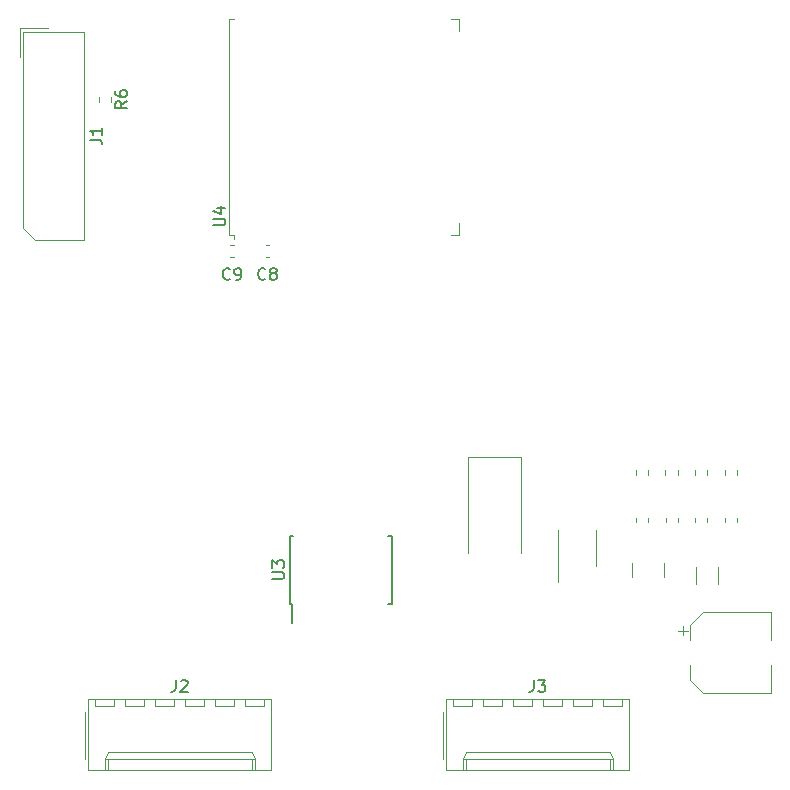
<source format=gbr>
%TF.GenerationSoftware,KiCad,Pcbnew,7.0.10-unknown-202401012134~036241c819~ubuntu22.04.1*%
%TF.CreationDate,2024-01-10T18:25:37+01:00*%
%TF.ProjectId,main_board,6d61696e-5f62-46f6-9172-642e6b696361,rev?*%
%TF.SameCoordinates,Original*%
%TF.FileFunction,Legend,Top*%
%TF.FilePolarity,Positive*%
%FSLAX46Y46*%
G04 Gerber Fmt 4.6, Leading zero omitted, Abs format (unit mm)*
G04 Created by KiCad (PCBNEW 7.0.10-unknown-202401012134~036241c819~ubuntu22.04.1) date 2024-01-10 18:25:37*
%MOMM*%
%LPD*%
G01*
G04 APERTURE LIST*
%ADD10C,0.150000*%
%ADD11C,0.120000*%
G04 APERTURE END LIST*
D10*
X110209819Y-112841904D02*
X111019342Y-112841904D01*
X111019342Y-112841904D02*
X111114580Y-112794285D01*
X111114580Y-112794285D02*
X111162200Y-112746666D01*
X111162200Y-112746666D02*
X111209819Y-112651428D01*
X111209819Y-112651428D02*
X111209819Y-112460952D01*
X111209819Y-112460952D02*
X111162200Y-112365714D01*
X111162200Y-112365714D02*
X111114580Y-112318095D01*
X111114580Y-112318095D02*
X111019342Y-112270476D01*
X111019342Y-112270476D02*
X110209819Y-112270476D01*
X110543152Y-111365714D02*
X111209819Y-111365714D01*
X110162200Y-111603809D02*
X110876485Y-111841904D01*
X110876485Y-111841904D02*
X110876485Y-111222857D01*
X137316666Y-151334819D02*
X137316666Y-152049104D01*
X137316666Y-152049104D02*
X137269047Y-152191961D01*
X137269047Y-152191961D02*
X137173809Y-152287200D01*
X137173809Y-152287200D02*
X137030952Y-152334819D01*
X137030952Y-152334819D02*
X136935714Y-152334819D01*
X137697619Y-151334819D02*
X138316666Y-151334819D01*
X138316666Y-151334819D02*
X137983333Y-151715771D01*
X137983333Y-151715771D02*
X138126190Y-151715771D01*
X138126190Y-151715771D02*
X138221428Y-151763390D01*
X138221428Y-151763390D02*
X138269047Y-151811009D01*
X138269047Y-151811009D02*
X138316666Y-151906247D01*
X138316666Y-151906247D02*
X138316666Y-152144342D01*
X138316666Y-152144342D02*
X138269047Y-152239580D01*
X138269047Y-152239580D02*
X138221428Y-152287200D01*
X138221428Y-152287200D02*
X138126190Y-152334819D01*
X138126190Y-152334819D02*
X137840476Y-152334819D01*
X137840476Y-152334819D02*
X137745238Y-152287200D01*
X137745238Y-152287200D02*
X137697619Y-152239580D01*
X107016666Y-151334819D02*
X107016666Y-152049104D01*
X107016666Y-152049104D02*
X106969047Y-152191961D01*
X106969047Y-152191961D02*
X106873809Y-152287200D01*
X106873809Y-152287200D02*
X106730952Y-152334819D01*
X106730952Y-152334819D02*
X106635714Y-152334819D01*
X107445238Y-151430057D02*
X107492857Y-151382438D01*
X107492857Y-151382438D02*
X107588095Y-151334819D01*
X107588095Y-151334819D02*
X107826190Y-151334819D01*
X107826190Y-151334819D02*
X107921428Y-151382438D01*
X107921428Y-151382438D02*
X107969047Y-151430057D01*
X107969047Y-151430057D02*
X108016666Y-151525295D01*
X108016666Y-151525295D02*
X108016666Y-151620533D01*
X108016666Y-151620533D02*
X107969047Y-151763390D01*
X107969047Y-151763390D02*
X107397619Y-152334819D01*
X107397619Y-152334819D02*
X108016666Y-152334819D01*
X115204819Y-142761904D02*
X116014342Y-142761904D01*
X116014342Y-142761904D02*
X116109580Y-142714285D01*
X116109580Y-142714285D02*
X116157200Y-142666666D01*
X116157200Y-142666666D02*
X116204819Y-142571428D01*
X116204819Y-142571428D02*
X116204819Y-142380952D01*
X116204819Y-142380952D02*
X116157200Y-142285714D01*
X116157200Y-142285714D02*
X116109580Y-142238095D01*
X116109580Y-142238095D02*
X116014342Y-142190476D01*
X116014342Y-142190476D02*
X115204819Y-142190476D01*
X115204819Y-141809523D02*
X115204819Y-141190476D01*
X115204819Y-141190476D02*
X115585771Y-141523809D01*
X115585771Y-141523809D02*
X115585771Y-141380952D01*
X115585771Y-141380952D02*
X115633390Y-141285714D01*
X115633390Y-141285714D02*
X115681009Y-141238095D01*
X115681009Y-141238095D02*
X115776247Y-141190476D01*
X115776247Y-141190476D02*
X116014342Y-141190476D01*
X116014342Y-141190476D02*
X116109580Y-141238095D01*
X116109580Y-141238095D02*
X116157200Y-141285714D01*
X116157200Y-141285714D02*
X116204819Y-141380952D01*
X116204819Y-141380952D02*
X116204819Y-141666666D01*
X116204819Y-141666666D02*
X116157200Y-141761904D01*
X116157200Y-141761904D02*
X116109580Y-141809523D01*
X102884819Y-102341666D02*
X102408628Y-102674999D01*
X102884819Y-102913094D02*
X101884819Y-102913094D01*
X101884819Y-102913094D02*
X101884819Y-102532142D01*
X101884819Y-102532142D02*
X101932438Y-102436904D01*
X101932438Y-102436904D02*
X101980057Y-102389285D01*
X101980057Y-102389285D02*
X102075295Y-102341666D01*
X102075295Y-102341666D02*
X102218152Y-102341666D01*
X102218152Y-102341666D02*
X102313390Y-102389285D01*
X102313390Y-102389285D02*
X102361009Y-102436904D01*
X102361009Y-102436904D02*
X102408628Y-102532142D01*
X102408628Y-102532142D02*
X102408628Y-102913094D01*
X101884819Y-101484523D02*
X101884819Y-101674999D01*
X101884819Y-101674999D02*
X101932438Y-101770237D01*
X101932438Y-101770237D02*
X101980057Y-101817856D01*
X101980057Y-101817856D02*
X102122914Y-101913094D01*
X102122914Y-101913094D02*
X102313390Y-101960713D01*
X102313390Y-101960713D02*
X102694342Y-101960713D01*
X102694342Y-101960713D02*
X102789580Y-101913094D01*
X102789580Y-101913094D02*
X102837200Y-101865475D01*
X102837200Y-101865475D02*
X102884819Y-101770237D01*
X102884819Y-101770237D02*
X102884819Y-101579761D01*
X102884819Y-101579761D02*
X102837200Y-101484523D01*
X102837200Y-101484523D02*
X102789580Y-101436904D01*
X102789580Y-101436904D02*
X102694342Y-101389285D01*
X102694342Y-101389285D02*
X102456247Y-101389285D01*
X102456247Y-101389285D02*
X102361009Y-101436904D01*
X102361009Y-101436904D02*
X102313390Y-101484523D01*
X102313390Y-101484523D02*
X102265771Y-101579761D01*
X102265771Y-101579761D02*
X102265771Y-101770237D01*
X102265771Y-101770237D02*
X102313390Y-101865475D01*
X102313390Y-101865475D02*
X102361009Y-101913094D01*
X102361009Y-101913094D02*
X102456247Y-101960713D01*
X99754819Y-105583333D02*
X100469104Y-105583333D01*
X100469104Y-105583333D02*
X100611961Y-105630952D01*
X100611961Y-105630952D02*
X100707200Y-105726190D01*
X100707200Y-105726190D02*
X100754819Y-105869047D01*
X100754819Y-105869047D02*
X100754819Y-105964285D01*
X100754819Y-104583333D02*
X100754819Y-105154761D01*
X100754819Y-104869047D02*
X99754819Y-104869047D01*
X99754819Y-104869047D02*
X99897676Y-104964285D01*
X99897676Y-104964285D02*
X99992914Y-105059523D01*
X99992914Y-105059523D02*
X100040533Y-105154761D01*
X111608333Y-117359580D02*
X111560714Y-117407200D01*
X111560714Y-117407200D02*
X111417857Y-117454819D01*
X111417857Y-117454819D02*
X111322619Y-117454819D01*
X111322619Y-117454819D02*
X111179762Y-117407200D01*
X111179762Y-117407200D02*
X111084524Y-117311961D01*
X111084524Y-117311961D02*
X111036905Y-117216723D01*
X111036905Y-117216723D02*
X110989286Y-117026247D01*
X110989286Y-117026247D02*
X110989286Y-116883390D01*
X110989286Y-116883390D02*
X111036905Y-116692914D01*
X111036905Y-116692914D02*
X111084524Y-116597676D01*
X111084524Y-116597676D02*
X111179762Y-116502438D01*
X111179762Y-116502438D02*
X111322619Y-116454819D01*
X111322619Y-116454819D02*
X111417857Y-116454819D01*
X111417857Y-116454819D02*
X111560714Y-116502438D01*
X111560714Y-116502438D02*
X111608333Y-116550057D01*
X112084524Y-117454819D02*
X112275000Y-117454819D01*
X112275000Y-117454819D02*
X112370238Y-117407200D01*
X112370238Y-117407200D02*
X112417857Y-117359580D01*
X112417857Y-117359580D02*
X112513095Y-117216723D01*
X112513095Y-117216723D02*
X112560714Y-117026247D01*
X112560714Y-117026247D02*
X112560714Y-116645295D01*
X112560714Y-116645295D02*
X112513095Y-116550057D01*
X112513095Y-116550057D02*
X112465476Y-116502438D01*
X112465476Y-116502438D02*
X112370238Y-116454819D01*
X112370238Y-116454819D02*
X112179762Y-116454819D01*
X112179762Y-116454819D02*
X112084524Y-116502438D01*
X112084524Y-116502438D02*
X112036905Y-116550057D01*
X112036905Y-116550057D02*
X111989286Y-116645295D01*
X111989286Y-116645295D02*
X111989286Y-116883390D01*
X111989286Y-116883390D02*
X112036905Y-116978628D01*
X112036905Y-116978628D02*
X112084524Y-117026247D01*
X112084524Y-117026247D02*
X112179762Y-117073866D01*
X112179762Y-117073866D02*
X112370238Y-117073866D01*
X112370238Y-117073866D02*
X112465476Y-117026247D01*
X112465476Y-117026247D02*
X112513095Y-116978628D01*
X112513095Y-116978628D02*
X112560714Y-116883390D01*
X114608333Y-117359580D02*
X114560714Y-117407200D01*
X114560714Y-117407200D02*
X114417857Y-117454819D01*
X114417857Y-117454819D02*
X114322619Y-117454819D01*
X114322619Y-117454819D02*
X114179762Y-117407200D01*
X114179762Y-117407200D02*
X114084524Y-117311961D01*
X114084524Y-117311961D02*
X114036905Y-117216723D01*
X114036905Y-117216723D02*
X113989286Y-117026247D01*
X113989286Y-117026247D02*
X113989286Y-116883390D01*
X113989286Y-116883390D02*
X114036905Y-116692914D01*
X114036905Y-116692914D02*
X114084524Y-116597676D01*
X114084524Y-116597676D02*
X114179762Y-116502438D01*
X114179762Y-116502438D02*
X114322619Y-116454819D01*
X114322619Y-116454819D02*
X114417857Y-116454819D01*
X114417857Y-116454819D02*
X114560714Y-116502438D01*
X114560714Y-116502438D02*
X114608333Y-116550057D01*
X115179762Y-116883390D02*
X115084524Y-116835771D01*
X115084524Y-116835771D02*
X115036905Y-116788152D01*
X115036905Y-116788152D02*
X114989286Y-116692914D01*
X114989286Y-116692914D02*
X114989286Y-116645295D01*
X114989286Y-116645295D02*
X115036905Y-116550057D01*
X115036905Y-116550057D02*
X115084524Y-116502438D01*
X115084524Y-116502438D02*
X115179762Y-116454819D01*
X115179762Y-116454819D02*
X115370238Y-116454819D01*
X115370238Y-116454819D02*
X115465476Y-116502438D01*
X115465476Y-116502438D02*
X115513095Y-116550057D01*
X115513095Y-116550057D02*
X115560714Y-116645295D01*
X115560714Y-116645295D02*
X115560714Y-116692914D01*
X115560714Y-116692914D02*
X115513095Y-116788152D01*
X115513095Y-116788152D02*
X115465476Y-116835771D01*
X115465476Y-116835771D02*
X115370238Y-116883390D01*
X115370238Y-116883390D02*
X115179762Y-116883390D01*
X115179762Y-116883390D02*
X115084524Y-116931009D01*
X115084524Y-116931009D02*
X115036905Y-116978628D01*
X115036905Y-116978628D02*
X114989286Y-117073866D01*
X114989286Y-117073866D02*
X114989286Y-117264342D01*
X114989286Y-117264342D02*
X115036905Y-117359580D01*
X115036905Y-117359580D02*
X115084524Y-117407200D01*
X115084524Y-117407200D02*
X115179762Y-117454819D01*
X115179762Y-117454819D02*
X115370238Y-117454819D01*
X115370238Y-117454819D02*
X115465476Y-117407200D01*
X115465476Y-117407200D02*
X115513095Y-117359580D01*
X115513095Y-117359580D02*
X115560714Y-117264342D01*
X115560714Y-117264342D02*
X115560714Y-117073866D01*
X115560714Y-117073866D02*
X115513095Y-116978628D01*
X115513095Y-116978628D02*
X115465476Y-116931009D01*
X115465476Y-116931009D02*
X115370238Y-116883390D01*
D11*
%TO.C,U4*%
X111535000Y-95380000D02*
X111955000Y-95380000D01*
X111535000Y-113620000D02*
X111955000Y-113620000D01*
X130975000Y-95380000D02*
X130975000Y-96380000D01*
X130355000Y-95380000D02*
X130975000Y-95380000D01*
X111955000Y-113620000D02*
X111955000Y-114000000D01*
X111535000Y-113620000D02*
X111535000Y-95380000D01*
X130975000Y-113620000D02*
X130975000Y-112620000D01*
X130355000Y-113620000D02*
X130975000Y-113620000D01*
%TO.C,J3*%
X135580000Y-153570000D02*
X137180000Y-153570000D01*
X137180000Y-153570000D02*
X137180000Y-152970000D01*
X131300000Y-158990000D02*
X131300000Y-157990000D01*
X129920000Y-158990000D02*
X145380000Y-158990000D01*
X143750000Y-157460000D02*
X144000000Y-157990000D01*
X133040000Y-153570000D02*
X134640000Y-153570000D01*
X131300000Y-157990000D02*
X144000000Y-157990000D01*
X129630000Y-154000000D02*
X129630000Y-158000000D01*
X140660000Y-153570000D02*
X142260000Y-153570000D01*
X142260000Y-153570000D02*
X142260000Y-152970000D01*
X135580000Y-152970000D02*
X135580000Y-153570000D01*
X144800000Y-153570000D02*
X144800000Y-152970000D01*
X145380000Y-158990000D02*
X145380000Y-152970000D01*
X140660000Y-152970000D02*
X140660000Y-153570000D01*
X139720000Y-153570000D02*
X139720000Y-152970000D01*
X131550000Y-158990000D02*
X131550000Y-157990000D01*
X138120000Y-153570000D02*
X139720000Y-153570000D01*
X129920000Y-152970000D02*
X129920000Y-158990000D01*
X130500000Y-153570000D02*
X132100000Y-153570000D01*
X143200000Y-152970000D02*
X143200000Y-153570000D01*
X132100000Y-153570000D02*
X132100000Y-152970000D01*
X131300000Y-157990000D02*
X131550000Y-157460000D01*
X138120000Y-152970000D02*
X138120000Y-153570000D01*
X131550000Y-157460000D02*
X143750000Y-157460000D01*
X134640000Y-153570000D02*
X134640000Y-152970000D01*
X133040000Y-152970000D02*
X133040000Y-153570000D01*
X143750000Y-158990000D02*
X143750000Y-157990000D01*
X144000000Y-157990000D02*
X144000000Y-158990000D01*
X143200000Y-153570000D02*
X144800000Y-153570000D01*
X145380000Y-152970000D02*
X129920000Y-152970000D01*
X130500000Y-152970000D02*
X130500000Y-153570000D01*
%TO.C,J2*%
X105280000Y-153570000D02*
X106880000Y-153570000D01*
X106880000Y-153570000D02*
X106880000Y-152970000D01*
X101000000Y-158990000D02*
X101000000Y-157990000D01*
X99620000Y-158990000D02*
X115080000Y-158990000D01*
X113450000Y-157460000D02*
X113700000Y-157990000D01*
X102740000Y-153570000D02*
X104340000Y-153570000D01*
X101000000Y-157990000D02*
X113700000Y-157990000D01*
X99330000Y-154000000D02*
X99330000Y-158000000D01*
X110360000Y-153570000D02*
X111960000Y-153570000D01*
X111960000Y-153570000D02*
X111960000Y-152970000D01*
X105280000Y-152970000D02*
X105280000Y-153570000D01*
X114500000Y-153570000D02*
X114500000Y-152970000D01*
X115080000Y-158990000D02*
X115080000Y-152970000D01*
X110360000Y-152970000D02*
X110360000Y-153570000D01*
X109420000Y-153570000D02*
X109420000Y-152970000D01*
X101250000Y-158990000D02*
X101250000Y-157990000D01*
X107820000Y-153570000D02*
X109420000Y-153570000D01*
X99620000Y-152970000D02*
X99620000Y-158990000D01*
X100200000Y-153570000D02*
X101800000Y-153570000D01*
X112900000Y-152970000D02*
X112900000Y-153570000D01*
X101800000Y-153570000D02*
X101800000Y-152970000D01*
X101000000Y-157990000D02*
X101250000Y-157460000D01*
X107820000Y-152970000D02*
X107820000Y-153570000D01*
X101250000Y-157460000D02*
X113450000Y-157460000D01*
X104340000Y-153570000D02*
X104340000Y-152970000D01*
X102740000Y-152970000D02*
X102740000Y-153570000D01*
X113450000Y-158990000D02*
X113450000Y-157990000D01*
X113700000Y-157990000D02*
X113700000Y-158990000D01*
X112900000Y-153570000D02*
X114500000Y-153570000D01*
X115080000Y-152970000D02*
X99620000Y-152970000D01*
X100200000Y-152970000D02*
X100200000Y-153570000D01*
D10*
%TO.C,U3*%
X125325000Y-139125000D02*
X125025000Y-139125000D01*
X125325000Y-144875000D02*
X125325000Y-139125000D01*
X116900000Y-144875000D02*
X116900000Y-146475000D01*
X116675000Y-144875000D02*
X116675000Y-139125000D01*
X116675000Y-139125000D02*
X116975000Y-139125000D01*
X125325000Y-144875000D02*
X125025000Y-144875000D01*
X116675000Y-144875000D02*
X116900000Y-144875000D01*
D11*
%TO.C,U2*%
X139390000Y-140150000D02*
X139390000Y-143025000D01*
X142610000Y-140150000D02*
X142610000Y-138650000D01*
X142610000Y-140150000D02*
X142610000Y-141650000D01*
X139390000Y-140150000D02*
X139390000Y-138650000D01*
%TO.C,R6*%
X101522500Y-101937742D02*
X101522500Y-102412258D01*
X100477500Y-101937742D02*
X100477500Y-102412258D01*
%TO.C,R4*%
X154542500Y-134002258D02*
X154542500Y-133527742D01*
X153497500Y-134002258D02*
X153497500Y-133527742D01*
%TO.C,R3*%
X152032500Y-134002258D02*
X152032500Y-133527742D01*
X150987500Y-134002258D02*
X150987500Y-133527742D01*
%TO.C,R2*%
X149522500Y-134002258D02*
X149522500Y-133527742D01*
X148477500Y-134002258D02*
X148477500Y-133527742D01*
%TO.C,R1*%
X147012500Y-134002258D02*
X147012500Y-133527742D01*
X145967500Y-134002258D02*
X145967500Y-133527742D01*
%TO.C,L1*%
X148360000Y-142602064D02*
X148360000Y-141397936D01*
X145640000Y-142602064D02*
X145640000Y-141397936D01*
%TO.C,J1*%
X99210000Y-114060000D02*
X99210000Y-96440000D01*
X94090000Y-96440000D02*
X94090000Y-113060000D01*
X94090000Y-113060000D02*
X95090000Y-114060000D01*
X99210000Y-96440000D02*
X94090000Y-96440000D01*
X93790000Y-96140000D02*
X93790000Y-98550000D01*
X95090000Y-114060000D02*
X99210000Y-114060000D01*
X96200000Y-96140000D02*
X93790000Y-96140000D01*
%TO.C,C9*%
X111915580Y-114490000D02*
X111634420Y-114490000D01*
X111915580Y-115510000D02*
X111634420Y-115510000D01*
%TO.C,C8*%
X114634420Y-115510000D02*
X114915580Y-115510000D01*
X114634420Y-114490000D02*
X114915580Y-114490000D01*
%TO.C,C7*%
X150590000Y-151345563D02*
X151654437Y-152410000D01*
X149562500Y-147152500D02*
X150350000Y-147152500D01*
X157410000Y-145590000D02*
X157410000Y-147940000D01*
X149956250Y-146758750D02*
X149956250Y-147546250D01*
X150590000Y-146654437D02*
X150590000Y-147940000D01*
X151654437Y-145590000D02*
X157410000Y-145590000D01*
X157410000Y-152410000D02*
X157410000Y-150060000D01*
X151654437Y-152410000D02*
X157410000Y-152410000D01*
X150590000Y-146654437D02*
X151654437Y-145590000D01*
X150590000Y-151345563D02*
X150590000Y-150060000D01*
%TO.C,C6*%
X131740000Y-132477500D02*
X131740000Y-140537500D01*
X136260000Y-132477500D02*
X131740000Y-132477500D01*
X136260000Y-140537500D02*
X136260000Y-132477500D01*
%TO.C,C5*%
X151090000Y-143186252D02*
X151090000Y-141763748D01*
X152910000Y-143186252D02*
X152910000Y-141763748D01*
%TO.C,C4*%
X154530000Y-137915580D02*
X154530000Y-137634420D01*
X153510000Y-137915580D02*
X153510000Y-137634420D01*
%TO.C,C3*%
X152020000Y-137915580D02*
X152020000Y-137634420D01*
X151000000Y-137915580D02*
X151000000Y-137634420D01*
%TO.C,C2*%
X149510000Y-137915580D02*
X149510000Y-137634420D01*
X148490000Y-137915580D02*
X148490000Y-137634420D01*
%TO.C,C1*%
X147000000Y-137915580D02*
X147000000Y-137634420D01*
X145980000Y-137915580D02*
X145980000Y-137634420D01*
%TD*%
M02*

</source>
